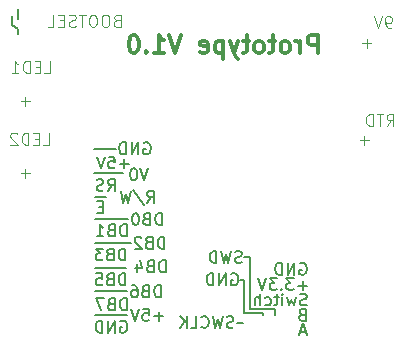
<source format=gbr>
%TF.GenerationSoftware,KiCad,Pcbnew,7.0.1*%
%TF.CreationDate,2024-01-29T14:24:06+02:00*%
%TF.ProjectId,Temp_meter_1.1,54656d70-5f6d-4657-9465-725f312e312e,rev?*%
%TF.SameCoordinates,Original*%
%TF.FileFunction,Legend,Bot*%
%TF.FilePolarity,Positive*%
%FSLAX46Y46*%
G04 Gerber Fmt 4.6, Leading zero omitted, Abs format (unit mm)*
G04 Created by KiCad (PCBNEW 7.0.1) date 2024-01-29 14:24:06*
%MOMM*%
%LPD*%
G01*
G04 APERTURE LIST*
%ADD10C,0.150000*%
%ADD11C,0.125000*%
%ADD12C,0.153000*%
%ADD13C,0.300000*%
G04 APERTURE END LIST*
D10*
X94600000Y-68700000D02*
X97400000Y-68700000D01*
X94600000Y-66800000D02*
X95500000Y-66800000D01*
X94600000Y-74800000D02*
X97300000Y-74800000D01*
X94600000Y-76800000D02*
X97300000Y-76800000D01*
X94600000Y-72800000D02*
X97200000Y-72800000D01*
X107700000Y-76300000D02*
X107700000Y-71900000D01*
X109800000Y-76800000D02*
X109800000Y-76300000D01*
X107700000Y-71900000D02*
X107200000Y-71900000D01*
X107200000Y-73800000D02*
X107200000Y-74000000D01*
X108800000Y-76800000D02*
X108800000Y-76600000D01*
X108800000Y-76600000D02*
X107200000Y-76600000D01*
X109800000Y-76300000D02*
X107700000Y-76300000D01*
X94500000Y-62700000D02*
X96400000Y-62700000D01*
X94600000Y-70700000D02*
X97600000Y-70700000D01*
X88100000Y-52600000D02*
X87600000Y-52200000D01*
X94500000Y-64800000D02*
X97000000Y-64800000D01*
X88100000Y-53000000D02*
X88100000Y-52600000D01*
X107100000Y-77500000D02*
X106600000Y-77500000D01*
X87600000Y-52200000D02*
X87600000Y-51500000D01*
X106900000Y-73800000D02*
X107200000Y-73800000D01*
X88100000Y-51700000D02*
X88100000Y-50900000D01*
X107200000Y-76600000D02*
X107200000Y-74000000D01*
D11*
X119290476Y-60777619D02*
X119623809Y-60301428D01*
X119861904Y-60777619D02*
X119861904Y-59777619D01*
X119861904Y-59777619D02*
X119480952Y-59777619D01*
X119480952Y-59777619D02*
X119385714Y-59825238D01*
X119385714Y-59825238D02*
X119338095Y-59872857D01*
X119338095Y-59872857D02*
X119290476Y-59968095D01*
X119290476Y-59968095D02*
X119290476Y-60110952D01*
X119290476Y-60110952D02*
X119338095Y-60206190D01*
X119338095Y-60206190D02*
X119385714Y-60253809D01*
X119385714Y-60253809D02*
X119480952Y-60301428D01*
X119480952Y-60301428D02*
X119861904Y-60301428D01*
X119004761Y-59777619D02*
X118433333Y-59777619D01*
X118719047Y-60777619D02*
X118719047Y-59777619D01*
X118099999Y-60777619D02*
X118099999Y-59777619D01*
X118099999Y-59777619D02*
X117861904Y-59777619D01*
X117861904Y-59777619D02*
X117719047Y-59825238D01*
X117719047Y-59825238D02*
X117623809Y-59920476D01*
X117623809Y-59920476D02*
X117576190Y-60015714D01*
X117576190Y-60015714D02*
X117528571Y-60206190D01*
X117528571Y-60206190D02*
X117528571Y-60349047D01*
X117528571Y-60349047D02*
X117576190Y-60539523D01*
X117576190Y-60539523D02*
X117623809Y-60634761D01*
X117623809Y-60634761D02*
X117719047Y-60730000D01*
X117719047Y-60730000D02*
X117861904Y-60777619D01*
X117861904Y-60777619D02*
X118099999Y-60777619D01*
D12*
X112509523Y-75930000D02*
X112366666Y-75977619D01*
X112366666Y-75977619D02*
X112128571Y-75977619D01*
X112128571Y-75977619D02*
X112033333Y-75930000D01*
X112033333Y-75930000D02*
X111985714Y-75882380D01*
X111985714Y-75882380D02*
X111938095Y-75787142D01*
X111938095Y-75787142D02*
X111938095Y-75691904D01*
X111938095Y-75691904D02*
X111985714Y-75596666D01*
X111985714Y-75596666D02*
X112033333Y-75549047D01*
X112033333Y-75549047D02*
X112128571Y-75501428D01*
X112128571Y-75501428D02*
X112319047Y-75453809D01*
X112319047Y-75453809D02*
X112414285Y-75406190D01*
X112414285Y-75406190D02*
X112461904Y-75358571D01*
X112461904Y-75358571D02*
X112509523Y-75263333D01*
X112509523Y-75263333D02*
X112509523Y-75168095D01*
X112509523Y-75168095D02*
X112461904Y-75072857D01*
X112461904Y-75072857D02*
X112414285Y-75025238D01*
X112414285Y-75025238D02*
X112319047Y-74977619D01*
X112319047Y-74977619D02*
X112080952Y-74977619D01*
X112080952Y-74977619D02*
X111938095Y-75025238D01*
X111604761Y-75310952D02*
X111414285Y-75977619D01*
X111414285Y-75977619D02*
X111223809Y-75501428D01*
X111223809Y-75501428D02*
X111033333Y-75977619D01*
X111033333Y-75977619D02*
X110842857Y-75310952D01*
X110461904Y-75977619D02*
X110461904Y-75310952D01*
X110461904Y-74977619D02*
X110509523Y-75025238D01*
X110509523Y-75025238D02*
X110461904Y-75072857D01*
X110461904Y-75072857D02*
X110414285Y-75025238D01*
X110414285Y-75025238D02*
X110461904Y-74977619D01*
X110461904Y-74977619D02*
X110461904Y-75072857D01*
X110128571Y-75310952D02*
X109747619Y-75310952D01*
X109985714Y-74977619D02*
X109985714Y-75834761D01*
X109985714Y-75834761D02*
X109938095Y-75930000D01*
X109938095Y-75930000D02*
X109842857Y-75977619D01*
X109842857Y-75977619D02*
X109747619Y-75977619D01*
X108985714Y-75930000D02*
X109080952Y-75977619D01*
X109080952Y-75977619D02*
X109271428Y-75977619D01*
X109271428Y-75977619D02*
X109366666Y-75930000D01*
X109366666Y-75930000D02*
X109414285Y-75882380D01*
X109414285Y-75882380D02*
X109461904Y-75787142D01*
X109461904Y-75787142D02*
X109461904Y-75501428D01*
X109461904Y-75501428D02*
X109414285Y-75406190D01*
X109414285Y-75406190D02*
X109366666Y-75358571D01*
X109366666Y-75358571D02*
X109271428Y-75310952D01*
X109271428Y-75310952D02*
X109080952Y-75310952D01*
X109080952Y-75310952D02*
X108985714Y-75358571D01*
X108557142Y-75977619D02*
X108557142Y-74977619D01*
X108128571Y-75977619D02*
X108128571Y-75453809D01*
X108128571Y-75453809D02*
X108176190Y-75358571D01*
X108176190Y-75358571D02*
X108271428Y-75310952D01*
X108271428Y-75310952D02*
X108414285Y-75310952D01*
X108414285Y-75310952D02*
X108509523Y-75358571D01*
X108509523Y-75358571D02*
X108557142Y-75406190D01*
D11*
X119614285Y-52477619D02*
X119423809Y-52477619D01*
X119423809Y-52477619D02*
X119328571Y-52430000D01*
X119328571Y-52430000D02*
X119280952Y-52382380D01*
X119280952Y-52382380D02*
X119185714Y-52239523D01*
X119185714Y-52239523D02*
X119138095Y-52049047D01*
X119138095Y-52049047D02*
X119138095Y-51668095D01*
X119138095Y-51668095D02*
X119185714Y-51572857D01*
X119185714Y-51572857D02*
X119233333Y-51525238D01*
X119233333Y-51525238D02*
X119328571Y-51477619D01*
X119328571Y-51477619D02*
X119519047Y-51477619D01*
X119519047Y-51477619D02*
X119614285Y-51525238D01*
X119614285Y-51525238D02*
X119661904Y-51572857D01*
X119661904Y-51572857D02*
X119709523Y-51668095D01*
X119709523Y-51668095D02*
X119709523Y-51906190D01*
X119709523Y-51906190D02*
X119661904Y-52001428D01*
X119661904Y-52001428D02*
X119614285Y-52049047D01*
X119614285Y-52049047D02*
X119519047Y-52096666D01*
X119519047Y-52096666D02*
X119328571Y-52096666D01*
X119328571Y-52096666D02*
X119233333Y-52049047D01*
X119233333Y-52049047D02*
X119185714Y-52001428D01*
X119185714Y-52001428D02*
X119138095Y-51906190D01*
X118852380Y-51477619D02*
X118519047Y-52477619D01*
X118519047Y-52477619D02*
X118185714Y-51477619D01*
D12*
X100361904Y-76896666D02*
X99600000Y-76896666D01*
X99980952Y-77277619D02*
X99980952Y-76515714D01*
X98647619Y-76277619D02*
X99123809Y-76277619D01*
X99123809Y-76277619D02*
X99171428Y-76753809D01*
X99171428Y-76753809D02*
X99123809Y-76706190D01*
X99123809Y-76706190D02*
X99028571Y-76658571D01*
X99028571Y-76658571D02*
X98790476Y-76658571D01*
X98790476Y-76658571D02*
X98695238Y-76706190D01*
X98695238Y-76706190D02*
X98647619Y-76753809D01*
X98647619Y-76753809D02*
X98600000Y-76849047D01*
X98600000Y-76849047D02*
X98600000Y-77087142D01*
X98600000Y-77087142D02*
X98647619Y-77182380D01*
X98647619Y-77182380D02*
X98695238Y-77230000D01*
X98695238Y-77230000D02*
X98790476Y-77277619D01*
X98790476Y-77277619D02*
X99028571Y-77277619D01*
X99028571Y-77277619D02*
X99123809Y-77230000D01*
X99123809Y-77230000D02*
X99171428Y-77182380D01*
X98314285Y-76277619D02*
X97980952Y-77277619D01*
X97980952Y-77277619D02*
X97647619Y-76277619D01*
D13*
X113442857Y-54616428D02*
X113442857Y-53116428D01*
X113442857Y-53116428D02*
X112871428Y-53116428D01*
X112871428Y-53116428D02*
X112728571Y-53187857D01*
X112728571Y-53187857D02*
X112657142Y-53259285D01*
X112657142Y-53259285D02*
X112585714Y-53402142D01*
X112585714Y-53402142D02*
X112585714Y-53616428D01*
X112585714Y-53616428D02*
X112657142Y-53759285D01*
X112657142Y-53759285D02*
X112728571Y-53830714D01*
X112728571Y-53830714D02*
X112871428Y-53902142D01*
X112871428Y-53902142D02*
X113442857Y-53902142D01*
X111942857Y-54616428D02*
X111942857Y-53616428D01*
X111942857Y-53902142D02*
X111871428Y-53759285D01*
X111871428Y-53759285D02*
X111800000Y-53687857D01*
X111800000Y-53687857D02*
X111657142Y-53616428D01*
X111657142Y-53616428D02*
X111514285Y-53616428D01*
X110800000Y-54616428D02*
X110942857Y-54545000D01*
X110942857Y-54545000D02*
X111014286Y-54473571D01*
X111014286Y-54473571D02*
X111085714Y-54330714D01*
X111085714Y-54330714D02*
X111085714Y-53902142D01*
X111085714Y-53902142D02*
X111014286Y-53759285D01*
X111014286Y-53759285D02*
X110942857Y-53687857D01*
X110942857Y-53687857D02*
X110800000Y-53616428D01*
X110800000Y-53616428D02*
X110585714Y-53616428D01*
X110585714Y-53616428D02*
X110442857Y-53687857D01*
X110442857Y-53687857D02*
X110371429Y-53759285D01*
X110371429Y-53759285D02*
X110300000Y-53902142D01*
X110300000Y-53902142D02*
X110300000Y-54330714D01*
X110300000Y-54330714D02*
X110371429Y-54473571D01*
X110371429Y-54473571D02*
X110442857Y-54545000D01*
X110442857Y-54545000D02*
X110585714Y-54616428D01*
X110585714Y-54616428D02*
X110800000Y-54616428D01*
X109871428Y-53616428D02*
X109300000Y-53616428D01*
X109657143Y-53116428D02*
X109657143Y-54402142D01*
X109657143Y-54402142D02*
X109585714Y-54545000D01*
X109585714Y-54545000D02*
X109442857Y-54616428D01*
X109442857Y-54616428D02*
X109300000Y-54616428D01*
X108585714Y-54616428D02*
X108728571Y-54545000D01*
X108728571Y-54545000D02*
X108800000Y-54473571D01*
X108800000Y-54473571D02*
X108871428Y-54330714D01*
X108871428Y-54330714D02*
X108871428Y-53902142D01*
X108871428Y-53902142D02*
X108800000Y-53759285D01*
X108800000Y-53759285D02*
X108728571Y-53687857D01*
X108728571Y-53687857D02*
X108585714Y-53616428D01*
X108585714Y-53616428D02*
X108371428Y-53616428D01*
X108371428Y-53616428D02*
X108228571Y-53687857D01*
X108228571Y-53687857D02*
X108157143Y-53759285D01*
X108157143Y-53759285D02*
X108085714Y-53902142D01*
X108085714Y-53902142D02*
X108085714Y-54330714D01*
X108085714Y-54330714D02*
X108157143Y-54473571D01*
X108157143Y-54473571D02*
X108228571Y-54545000D01*
X108228571Y-54545000D02*
X108371428Y-54616428D01*
X108371428Y-54616428D02*
X108585714Y-54616428D01*
X107657142Y-53616428D02*
X107085714Y-53616428D01*
X107442857Y-53116428D02*
X107442857Y-54402142D01*
X107442857Y-54402142D02*
X107371428Y-54545000D01*
X107371428Y-54545000D02*
X107228571Y-54616428D01*
X107228571Y-54616428D02*
X107085714Y-54616428D01*
X106728571Y-53616428D02*
X106371428Y-54616428D01*
X106014285Y-53616428D02*
X106371428Y-54616428D01*
X106371428Y-54616428D02*
X106514285Y-54973571D01*
X106514285Y-54973571D02*
X106585714Y-55045000D01*
X106585714Y-55045000D02*
X106728571Y-55116428D01*
X105442857Y-53616428D02*
X105442857Y-55116428D01*
X105442857Y-53687857D02*
X105300000Y-53616428D01*
X105300000Y-53616428D02*
X105014285Y-53616428D01*
X105014285Y-53616428D02*
X104871428Y-53687857D01*
X104871428Y-53687857D02*
X104800000Y-53759285D01*
X104800000Y-53759285D02*
X104728571Y-53902142D01*
X104728571Y-53902142D02*
X104728571Y-54330714D01*
X104728571Y-54330714D02*
X104800000Y-54473571D01*
X104800000Y-54473571D02*
X104871428Y-54545000D01*
X104871428Y-54545000D02*
X105014285Y-54616428D01*
X105014285Y-54616428D02*
X105300000Y-54616428D01*
X105300000Y-54616428D02*
X105442857Y-54545000D01*
X103514285Y-54545000D02*
X103657142Y-54616428D01*
X103657142Y-54616428D02*
X103942857Y-54616428D01*
X103942857Y-54616428D02*
X104085714Y-54545000D01*
X104085714Y-54545000D02*
X104157142Y-54402142D01*
X104157142Y-54402142D02*
X104157142Y-53830714D01*
X104157142Y-53830714D02*
X104085714Y-53687857D01*
X104085714Y-53687857D02*
X103942857Y-53616428D01*
X103942857Y-53616428D02*
X103657142Y-53616428D01*
X103657142Y-53616428D02*
X103514285Y-53687857D01*
X103514285Y-53687857D02*
X103442857Y-53830714D01*
X103442857Y-53830714D02*
X103442857Y-53973571D01*
X103442857Y-53973571D02*
X104157142Y-54116428D01*
X101871428Y-53116428D02*
X101371428Y-54616428D01*
X101371428Y-54616428D02*
X100871428Y-53116428D01*
X99585714Y-54616428D02*
X100442857Y-54616428D01*
X100014286Y-54616428D02*
X100014286Y-53116428D01*
X100014286Y-53116428D02*
X100157143Y-53330714D01*
X100157143Y-53330714D02*
X100300000Y-53473571D01*
X100300000Y-53473571D02*
X100442857Y-53545000D01*
X98942858Y-54473571D02*
X98871429Y-54545000D01*
X98871429Y-54545000D02*
X98942858Y-54616428D01*
X98942858Y-54616428D02*
X99014286Y-54545000D01*
X99014286Y-54545000D02*
X98942858Y-54473571D01*
X98942858Y-54473571D02*
X98942858Y-54616428D01*
X97942857Y-53116428D02*
X97800000Y-53116428D01*
X97800000Y-53116428D02*
X97657143Y-53187857D01*
X97657143Y-53187857D02*
X97585715Y-53259285D01*
X97585715Y-53259285D02*
X97514286Y-53402142D01*
X97514286Y-53402142D02*
X97442857Y-53687857D01*
X97442857Y-53687857D02*
X97442857Y-54045000D01*
X97442857Y-54045000D02*
X97514286Y-54330714D01*
X97514286Y-54330714D02*
X97585715Y-54473571D01*
X97585715Y-54473571D02*
X97657143Y-54545000D01*
X97657143Y-54545000D02*
X97800000Y-54616428D01*
X97800000Y-54616428D02*
X97942857Y-54616428D01*
X97942857Y-54616428D02*
X98085715Y-54545000D01*
X98085715Y-54545000D02*
X98157143Y-54473571D01*
X98157143Y-54473571D02*
X98228572Y-54330714D01*
X98228572Y-54330714D02*
X98300000Y-54045000D01*
X98300000Y-54045000D02*
X98300000Y-53687857D01*
X98300000Y-53687857D02*
X98228572Y-53402142D01*
X98228572Y-53402142D02*
X98157143Y-53259285D01*
X98157143Y-53259285D02*
X98085715Y-53187857D01*
X98085715Y-53187857D02*
X97942857Y-53116428D01*
D12*
X100561904Y-73177619D02*
X100561904Y-72177619D01*
X100561904Y-72177619D02*
X100323809Y-72177619D01*
X100323809Y-72177619D02*
X100180952Y-72225238D01*
X100180952Y-72225238D02*
X100085714Y-72320476D01*
X100085714Y-72320476D02*
X100038095Y-72415714D01*
X100038095Y-72415714D02*
X99990476Y-72606190D01*
X99990476Y-72606190D02*
X99990476Y-72749047D01*
X99990476Y-72749047D02*
X100038095Y-72939523D01*
X100038095Y-72939523D02*
X100085714Y-73034761D01*
X100085714Y-73034761D02*
X100180952Y-73130000D01*
X100180952Y-73130000D02*
X100323809Y-73177619D01*
X100323809Y-73177619D02*
X100561904Y-73177619D01*
X99228571Y-72653809D02*
X99085714Y-72701428D01*
X99085714Y-72701428D02*
X99038095Y-72749047D01*
X99038095Y-72749047D02*
X98990476Y-72844285D01*
X98990476Y-72844285D02*
X98990476Y-72987142D01*
X98990476Y-72987142D02*
X99038095Y-73082380D01*
X99038095Y-73082380D02*
X99085714Y-73130000D01*
X99085714Y-73130000D02*
X99180952Y-73177619D01*
X99180952Y-73177619D02*
X99561904Y-73177619D01*
X99561904Y-73177619D02*
X99561904Y-72177619D01*
X99561904Y-72177619D02*
X99228571Y-72177619D01*
X99228571Y-72177619D02*
X99133333Y-72225238D01*
X99133333Y-72225238D02*
X99085714Y-72272857D01*
X99085714Y-72272857D02*
X99038095Y-72368095D01*
X99038095Y-72368095D02*
X99038095Y-72463333D01*
X99038095Y-72463333D02*
X99085714Y-72558571D01*
X99085714Y-72558571D02*
X99133333Y-72606190D01*
X99133333Y-72606190D02*
X99228571Y-72653809D01*
X99228571Y-72653809D02*
X99561904Y-72653809D01*
X98133333Y-72510952D02*
X98133333Y-73177619D01*
X98371428Y-72130000D02*
X98609523Y-72844285D01*
X98609523Y-72844285D02*
X97990476Y-72844285D01*
X112561904Y-74296666D02*
X111800000Y-74296666D01*
X112180952Y-74677619D02*
X112180952Y-73915714D01*
X111419047Y-73677619D02*
X110800000Y-73677619D01*
X110800000Y-73677619D02*
X111133333Y-74058571D01*
X111133333Y-74058571D02*
X110990476Y-74058571D01*
X110990476Y-74058571D02*
X110895238Y-74106190D01*
X110895238Y-74106190D02*
X110847619Y-74153809D01*
X110847619Y-74153809D02*
X110800000Y-74249047D01*
X110800000Y-74249047D02*
X110800000Y-74487142D01*
X110800000Y-74487142D02*
X110847619Y-74582380D01*
X110847619Y-74582380D02*
X110895238Y-74630000D01*
X110895238Y-74630000D02*
X110990476Y-74677619D01*
X110990476Y-74677619D02*
X111276190Y-74677619D01*
X111276190Y-74677619D02*
X111371428Y-74630000D01*
X111371428Y-74630000D02*
X111419047Y-74582380D01*
X110371428Y-74582380D02*
X110323809Y-74630000D01*
X110323809Y-74630000D02*
X110371428Y-74677619D01*
X110371428Y-74677619D02*
X110419047Y-74630000D01*
X110419047Y-74630000D02*
X110371428Y-74582380D01*
X110371428Y-74582380D02*
X110371428Y-74677619D01*
X109990476Y-73677619D02*
X109371429Y-73677619D01*
X109371429Y-73677619D02*
X109704762Y-74058571D01*
X109704762Y-74058571D02*
X109561905Y-74058571D01*
X109561905Y-74058571D02*
X109466667Y-74106190D01*
X109466667Y-74106190D02*
X109419048Y-74153809D01*
X109419048Y-74153809D02*
X109371429Y-74249047D01*
X109371429Y-74249047D02*
X109371429Y-74487142D01*
X109371429Y-74487142D02*
X109419048Y-74582380D01*
X109419048Y-74582380D02*
X109466667Y-74630000D01*
X109466667Y-74630000D02*
X109561905Y-74677619D01*
X109561905Y-74677619D02*
X109847619Y-74677619D01*
X109847619Y-74677619D02*
X109942857Y-74630000D01*
X109942857Y-74630000D02*
X109990476Y-74582380D01*
X109085714Y-73677619D02*
X108752381Y-74677619D01*
X108752381Y-74677619D02*
X108419048Y-73677619D01*
X100161904Y-75277619D02*
X100161904Y-74277619D01*
X100161904Y-74277619D02*
X99923809Y-74277619D01*
X99923809Y-74277619D02*
X99780952Y-74325238D01*
X99780952Y-74325238D02*
X99685714Y-74420476D01*
X99685714Y-74420476D02*
X99638095Y-74515714D01*
X99638095Y-74515714D02*
X99590476Y-74706190D01*
X99590476Y-74706190D02*
X99590476Y-74849047D01*
X99590476Y-74849047D02*
X99638095Y-75039523D01*
X99638095Y-75039523D02*
X99685714Y-75134761D01*
X99685714Y-75134761D02*
X99780952Y-75230000D01*
X99780952Y-75230000D02*
X99923809Y-75277619D01*
X99923809Y-75277619D02*
X100161904Y-75277619D01*
X98828571Y-74753809D02*
X98685714Y-74801428D01*
X98685714Y-74801428D02*
X98638095Y-74849047D01*
X98638095Y-74849047D02*
X98590476Y-74944285D01*
X98590476Y-74944285D02*
X98590476Y-75087142D01*
X98590476Y-75087142D02*
X98638095Y-75182380D01*
X98638095Y-75182380D02*
X98685714Y-75230000D01*
X98685714Y-75230000D02*
X98780952Y-75277619D01*
X98780952Y-75277619D02*
X99161904Y-75277619D01*
X99161904Y-75277619D02*
X99161904Y-74277619D01*
X99161904Y-74277619D02*
X98828571Y-74277619D01*
X98828571Y-74277619D02*
X98733333Y-74325238D01*
X98733333Y-74325238D02*
X98685714Y-74372857D01*
X98685714Y-74372857D02*
X98638095Y-74468095D01*
X98638095Y-74468095D02*
X98638095Y-74563333D01*
X98638095Y-74563333D02*
X98685714Y-74658571D01*
X98685714Y-74658571D02*
X98733333Y-74706190D01*
X98733333Y-74706190D02*
X98828571Y-74753809D01*
X98828571Y-74753809D02*
X99161904Y-74753809D01*
X97733333Y-74277619D02*
X97923809Y-74277619D01*
X97923809Y-74277619D02*
X98019047Y-74325238D01*
X98019047Y-74325238D02*
X98066666Y-74372857D01*
X98066666Y-74372857D02*
X98161904Y-74515714D01*
X98161904Y-74515714D02*
X98209523Y-74706190D01*
X98209523Y-74706190D02*
X98209523Y-75087142D01*
X98209523Y-75087142D02*
X98161904Y-75182380D01*
X98161904Y-75182380D02*
X98114285Y-75230000D01*
X98114285Y-75230000D02*
X98019047Y-75277619D01*
X98019047Y-75277619D02*
X97828571Y-75277619D01*
X97828571Y-75277619D02*
X97733333Y-75230000D01*
X97733333Y-75230000D02*
X97685714Y-75182380D01*
X97685714Y-75182380D02*
X97638095Y-75087142D01*
X97638095Y-75087142D02*
X97638095Y-74849047D01*
X97638095Y-74849047D02*
X97685714Y-74753809D01*
X97685714Y-74753809D02*
X97733333Y-74706190D01*
X97733333Y-74706190D02*
X97828571Y-74658571D01*
X97828571Y-74658571D02*
X98019047Y-74658571D01*
X98019047Y-74658571D02*
X98114285Y-74706190D01*
X98114285Y-74706190D02*
X98161904Y-74753809D01*
X98161904Y-74753809D02*
X98209523Y-74849047D01*
D11*
X117761904Y-61996666D02*
X117000000Y-61996666D01*
X117380952Y-62377619D02*
X117380952Y-61615714D01*
D12*
X112128571Y-76753809D02*
X111985714Y-76801428D01*
X111985714Y-76801428D02*
X111938095Y-76849047D01*
X111938095Y-76849047D02*
X111890476Y-76944285D01*
X111890476Y-76944285D02*
X111890476Y-77087142D01*
X111890476Y-77087142D02*
X111938095Y-77182380D01*
X111938095Y-77182380D02*
X111985714Y-77230000D01*
X111985714Y-77230000D02*
X112080952Y-77277619D01*
X112080952Y-77277619D02*
X112461904Y-77277619D01*
X112461904Y-77277619D02*
X112461904Y-76277619D01*
X112461904Y-76277619D02*
X112128571Y-76277619D01*
X112128571Y-76277619D02*
X112033333Y-76325238D01*
X112033333Y-76325238D02*
X111985714Y-76372857D01*
X111985714Y-76372857D02*
X111938095Y-76468095D01*
X111938095Y-76468095D02*
X111938095Y-76563333D01*
X111938095Y-76563333D02*
X111985714Y-76658571D01*
X111985714Y-76658571D02*
X112033333Y-76706190D01*
X112033333Y-76706190D02*
X112128571Y-76753809D01*
X112128571Y-76753809D02*
X112461904Y-76753809D01*
X100261904Y-69177619D02*
X100261904Y-68177619D01*
X100261904Y-68177619D02*
X100023809Y-68177619D01*
X100023809Y-68177619D02*
X99880952Y-68225238D01*
X99880952Y-68225238D02*
X99785714Y-68320476D01*
X99785714Y-68320476D02*
X99738095Y-68415714D01*
X99738095Y-68415714D02*
X99690476Y-68606190D01*
X99690476Y-68606190D02*
X99690476Y-68749047D01*
X99690476Y-68749047D02*
X99738095Y-68939523D01*
X99738095Y-68939523D02*
X99785714Y-69034761D01*
X99785714Y-69034761D02*
X99880952Y-69130000D01*
X99880952Y-69130000D02*
X100023809Y-69177619D01*
X100023809Y-69177619D02*
X100261904Y-69177619D01*
X98928571Y-68653809D02*
X98785714Y-68701428D01*
X98785714Y-68701428D02*
X98738095Y-68749047D01*
X98738095Y-68749047D02*
X98690476Y-68844285D01*
X98690476Y-68844285D02*
X98690476Y-68987142D01*
X98690476Y-68987142D02*
X98738095Y-69082380D01*
X98738095Y-69082380D02*
X98785714Y-69130000D01*
X98785714Y-69130000D02*
X98880952Y-69177619D01*
X98880952Y-69177619D02*
X99261904Y-69177619D01*
X99261904Y-69177619D02*
X99261904Y-68177619D01*
X99261904Y-68177619D02*
X98928571Y-68177619D01*
X98928571Y-68177619D02*
X98833333Y-68225238D01*
X98833333Y-68225238D02*
X98785714Y-68272857D01*
X98785714Y-68272857D02*
X98738095Y-68368095D01*
X98738095Y-68368095D02*
X98738095Y-68463333D01*
X98738095Y-68463333D02*
X98785714Y-68558571D01*
X98785714Y-68558571D02*
X98833333Y-68606190D01*
X98833333Y-68606190D02*
X98928571Y-68653809D01*
X98928571Y-68653809D02*
X99261904Y-68653809D01*
X98071428Y-68177619D02*
X97976190Y-68177619D01*
X97976190Y-68177619D02*
X97880952Y-68225238D01*
X97880952Y-68225238D02*
X97833333Y-68272857D01*
X97833333Y-68272857D02*
X97785714Y-68368095D01*
X97785714Y-68368095D02*
X97738095Y-68558571D01*
X97738095Y-68558571D02*
X97738095Y-68796666D01*
X97738095Y-68796666D02*
X97785714Y-68987142D01*
X97785714Y-68987142D02*
X97833333Y-69082380D01*
X97833333Y-69082380D02*
X97880952Y-69130000D01*
X97880952Y-69130000D02*
X97976190Y-69177619D01*
X97976190Y-69177619D02*
X98071428Y-69177619D01*
X98071428Y-69177619D02*
X98166666Y-69130000D01*
X98166666Y-69130000D02*
X98214285Y-69082380D01*
X98214285Y-69082380D02*
X98261904Y-68987142D01*
X98261904Y-68987142D02*
X98309523Y-68796666D01*
X98309523Y-68796666D02*
X98309523Y-68558571D01*
X98309523Y-68558571D02*
X98261904Y-68368095D01*
X98261904Y-68368095D02*
X98214285Y-68272857D01*
X98214285Y-68272857D02*
X98166666Y-68225238D01*
X98166666Y-68225238D02*
X98071428Y-68177619D01*
X98738095Y-62225238D02*
X98833333Y-62177619D01*
X98833333Y-62177619D02*
X98976190Y-62177619D01*
X98976190Y-62177619D02*
X99119047Y-62225238D01*
X99119047Y-62225238D02*
X99214285Y-62320476D01*
X99214285Y-62320476D02*
X99261904Y-62415714D01*
X99261904Y-62415714D02*
X99309523Y-62606190D01*
X99309523Y-62606190D02*
X99309523Y-62749047D01*
X99309523Y-62749047D02*
X99261904Y-62939523D01*
X99261904Y-62939523D02*
X99214285Y-63034761D01*
X99214285Y-63034761D02*
X99119047Y-63130000D01*
X99119047Y-63130000D02*
X98976190Y-63177619D01*
X98976190Y-63177619D02*
X98880952Y-63177619D01*
X98880952Y-63177619D02*
X98738095Y-63130000D01*
X98738095Y-63130000D02*
X98690476Y-63082380D01*
X98690476Y-63082380D02*
X98690476Y-62749047D01*
X98690476Y-62749047D02*
X98880952Y-62749047D01*
X98261904Y-63177619D02*
X98261904Y-62177619D01*
X98261904Y-62177619D02*
X97690476Y-63177619D01*
X97690476Y-63177619D02*
X97690476Y-62177619D01*
X97214285Y-63177619D02*
X97214285Y-62177619D01*
X97214285Y-62177619D02*
X96976190Y-62177619D01*
X96976190Y-62177619D02*
X96833333Y-62225238D01*
X96833333Y-62225238D02*
X96738095Y-62320476D01*
X96738095Y-62320476D02*
X96690476Y-62415714D01*
X96690476Y-62415714D02*
X96642857Y-62606190D01*
X96642857Y-62606190D02*
X96642857Y-62749047D01*
X96642857Y-62749047D02*
X96690476Y-62939523D01*
X96690476Y-62939523D02*
X96738095Y-63034761D01*
X96738095Y-63034761D02*
X96833333Y-63130000D01*
X96833333Y-63130000D02*
X96976190Y-63177619D01*
X96976190Y-63177619D02*
X97214285Y-63177619D01*
D11*
X89061904Y-64796666D02*
X88300000Y-64796666D01*
X88680952Y-65177619D02*
X88680952Y-64415714D01*
D12*
X97161904Y-72177619D02*
X97161904Y-71177619D01*
X97161904Y-71177619D02*
X96923809Y-71177619D01*
X96923809Y-71177619D02*
X96780952Y-71225238D01*
X96780952Y-71225238D02*
X96685714Y-71320476D01*
X96685714Y-71320476D02*
X96638095Y-71415714D01*
X96638095Y-71415714D02*
X96590476Y-71606190D01*
X96590476Y-71606190D02*
X96590476Y-71749047D01*
X96590476Y-71749047D02*
X96638095Y-71939523D01*
X96638095Y-71939523D02*
X96685714Y-72034761D01*
X96685714Y-72034761D02*
X96780952Y-72130000D01*
X96780952Y-72130000D02*
X96923809Y-72177619D01*
X96923809Y-72177619D02*
X97161904Y-72177619D01*
X95828571Y-71653809D02*
X95685714Y-71701428D01*
X95685714Y-71701428D02*
X95638095Y-71749047D01*
X95638095Y-71749047D02*
X95590476Y-71844285D01*
X95590476Y-71844285D02*
X95590476Y-71987142D01*
X95590476Y-71987142D02*
X95638095Y-72082380D01*
X95638095Y-72082380D02*
X95685714Y-72130000D01*
X95685714Y-72130000D02*
X95780952Y-72177619D01*
X95780952Y-72177619D02*
X96161904Y-72177619D01*
X96161904Y-72177619D02*
X96161904Y-71177619D01*
X96161904Y-71177619D02*
X95828571Y-71177619D01*
X95828571Y-71177619D02*
X95733333Y-71225238D01*
X95733333Y-71225238D02*
X95685714Y-71272857D01*
X95685714Y-71272857D02*
X95638095Y-71368095D01*
X95638095Y-71368095D02*
X95638095Y-71463333D01*
X95638095Y-71463333D02*
X95685714Y-71558571D01*
X95685714Y-71558571D02*
X95733333Y-71606190D01*
X95733333Y-71606190D02*
X95828571Y-71653809D01*
X95828571Y-71653809D02*
X96161904Y-71653809D01*
X95257142Y-71177619D02*
X94638095Y-71177619D01*
X94638095Y-71177619D02*
X94971428Y-71558571D01*
X94971428Y-71558571D02*
X94828571Y-71558571D01*
X94828571Y-71558571D02*
X94733333Y-71606190D01*
X94733333Y-71606190D02*
X94685714Y-71653809D01*
X94685714Y-71653809D02*
X94638095Y-71749047D01*
X94638095Y-71749047D02*
X94638095Y-71987142D01*
X94638095Y-71987142D02*
X94685714Y-72082380D01*
X94685714Y-72082380D02*
X94733333Y-72130000D01*
X94733333Y-72130000D02*
X94828571Y-72177619D01*
X94828571Y-72177619D02*
X95114285Y-72177619D01*
X95114285Y-72177619D02*
X95209523Y-72130000D01*
X95209523Y-72130000D02*
X95257142Y-72082380D01*
X100461904Y-71177619D02*
X100461904Y-70177619D01*
X100461904Y-70177619D02*
X100223809Y-70177619D01*
X100223809Y-70177619D02*
X100080952Y-70225238D01*
X100080952Y-70225238D02*
X99985714Y-70320476D01*
X99985714Y-70320476D02*
X99938095Y-70415714D01*
X99938095Y-70415714D02*
X99890476Y-70606190D01*
X99890476Y-70606190D02*
X99890476Y-70749047D01*
X99890476Y-70749047D02*
X99938095Y-70939523D01*
X99938095Y-70939523D02*
X99985714Y-71034761D01*
X99985714Y-71034761D02*
X100080952Y-71130000D01*
X100080952Y-71130000D02*
X100223809Y-71177619D01*
X100223809Y-71177619D02*
X100461904Y-71177619D01*
X99128571Y-70653809D02*
X98985714Y-70701428D01*
X98985714Y-70701428D02*
X98938095Y-70749047D01*
X98938095Y-70749047D02*
X98890476Y-70844285D01*
X98890476Y-70844285D02*
X98890476Y-70987142D01*
X98890476Y-70987142D02*
X98938095Y-71082380D01*
X98938095Y-71082380D02*
X98985714Y-71130000D01*
X98985714Y-71130000D02*
X99080952Y-71177619D01*
X99080952Y-71177619D02*
X99461904Y-71177619D01*
X99461904Y-71177619D02*
X99461904Y-70177619D01*
X99461904Y-70177619D02*
X99128571Y-70177619D01*
X99128571Y-70177619D02*
X99033333Y-70225238D01*
X99033333Y-70225238D02*
X98985714Y-70272857D01*
X98985714Y-70272857D02*
X98938095Y-70368095D01*
X98938095Y-70368095D02*
X98938095Y-70463333D01*
X98938095Y-70463333D02*
X98985714Y-70558571D01*
X98985714Y-70558571D02*
X99033333Y-70606190D01*
X99033333Y-70606190D02*
X99128571Y-70653809D01*
X99128571Y-70653809D02*
X99461904Y-70653809D01*
X98509523Y-70272857D02*
X98461904Y-70225238D01*
X98461904Y-70225238D02*
X98366666Y-70177619D01*
X98366666Y-70177619D02*
X98128571Y-70177619D01*
X98128571Y-70177619D02*
X98033333Y-70225238D01*
X98033333Y-70225238D02*
X97985714Y-70272857D01*
X97985714Y-70272857D02*
X97938095Y-70368095D01*
X97938095Y-70368095D02*
X97938095Y-70463333D01*
X97938095Y-70463333D02*
X97985714Y-70606190D01*
X97985714Y-70606190D02*
X98557142Y-71177619D01*
X98557142Y-71177619D02*
X97938095Y-71177619D01*
X97261904Y-70127619D02*
X97261904Y-69127619D01*
X97261904Y-69127619D02*
X97023809Y-69127619D01*
X97023809Y-69127619D02*
X96880952Y-69175238D01*
X96880952Y-69175238D02*
X96785714Y-69270476D01*
X96785714Y-69270476D02*
X96738095Y-69365714D01*
X96738095Y-69365714D02*
X96690476Y-69556190D01*
X96690476Y-69556190D02*
X96690476Y-69699047D01*
X96690476Y-69699047D02*
X96738095Y-69889523D01*
X96738095Y-69889523D02*
X96785714Y-69984761D01*
X96785714Y-69984761D02*
X96880952Y-70080000D01*
X96880952Y-70080000D02*
X97023809Y-70127619D01*
X97023809Y-70127619D02*
X97261904Y-70127619D01*
X95928571Y-69603809D02*
X95785714Y-69651428D01*
X95785714Y-69651428D02*
X95738095Y-69699047D01*
X95738095Y-69699047D02*
X95690476Y-69794285D01*
X95690476Y-69794285D02*
X95690476Y-69937142D01*
X95690476Y-69937142D02*
X95738095Y-70032380D01*
X95738095Y-70032380D02*
X95785714Y-70080000D01*
X95785714Y-70080000D02*
X95880952Y-70127619D01*
X95880952Y-70127619D02*
X96261904Y-70127619D01*
X96261904Y-70127619D02*
X96261904Y-69127619D01*
X96261904Y-69127619D02*
X95928571Y-69127619D01*
X95928571Y-69127619D02*
X95833333Y-69175238D01*
X95833333Y-69175238D02*
X95785714Y-69222857D01*
X95785714Y-69222857D02*
X95738095Y-69318095D01*
X95738095Y-69318095D02*
X95738095Y-69413333D01*
X95738095Y-69413333D02*
X95785714Y-69508571D01*
X95785714Y-69508571D02*
X95833333Y-69556190D01*
X95833333Y-69556190D02*
X95928571Y-69603809D01*
X95928571Y-69603809D02*
X96261904Y-69603809D01*
X94738095Y-70127619D02*
X95309523Y-70127619D01*
X95023809Y-70127619D02*
X95023809Y-69127619D01*
X95023809Y-69127619D02*
X95119047Y-69270476D01*
X95119047Y-69270476D02*
X95214285Y-69365714D01*
X95214285Y-69365714D02*
X95309523Y-69413333D01*
X106138095Y-73325238D02*
X106233333Y-73277619D01*
X106233333Y-73277619D02*
X106376190Y-73277619D01*
X106376190Y-73277619D02*
X106519047Y-73325238D01*
X106519047Y-73325238D02*
X106614285Y-73420476D01*
X106614285Y-73420476D02*
X106661904Y-73515714D01*
X106661904Y-73515714D02*
X106709523Y-73706190D01*
X106709523Y-73706190D02*
X106709523Y-73849047D01*
X106709523Y-73849047D02*
X106661904Y-74039523D01*
X106661904Y-74039523D02*
X106614285Y-74134761D01*
X106614285Y-74134761D02*
X106519047Y-74230000D01*
X106519047Y-74230000D02*
X106376190Y-74277619D01*
X106376190Y-74277619D02*
X106280952Y-74277619D01*
X106280952Y-74277619D02*
X106138095Y-74230000D01*
X106138095Y-74230000D02*
X106090476Y-74182380D01*
X106090476Y-74182380D02*
X106090476Y-73849047D01*
X106090476Y-73849047D02*
X106280952Y-73849047D01*
X105661904Y-74277619D02*
X105661904Y-73277619D01*
X105661904Y-73277619D02*
X105090476Y-74277619D01*
X105090476Y-74277619D02*
X105090476Y-73277619D01*
X104614285Y-74277619D02*
X104614285Y-73277619D01*
X104614285Y-73277619D02*
X104376190Y-73277619D01*
X104376190Y-73277619D02*
X104233333Y-73325238D01*
X104233333Y-73325238D02*
X104138095Y-73420476D01*
X104138095Y-73420476D02*
X104090476Y-73515714D01*
X104090476Y-73515714D02*
X104042857Y-73706190D01*
X104042857Y-73706190D02*
X104042857Y-73849047D01*
X104042857Y-73849047D02*
X104090476Y-74039523D01*
X104090476Y-74039523D02*
X104138095Y-74134761D01*
X104138095Y-74134761D02*
X104233333Y-74230000D01*
X104233333Y-74230000D02*
X104376190Y-74277619D01*
X104376190Y-74277619D02*
X104614285Y-74277619D01*
D11*
X117961904Y-53796666D02*
X117200000Y-53796666D01*
X117580952Y-54177619D02*
X117580952Y-53415714D01*
D12*
X98990476Y-67277619D02*
X99323809Y-66801428D01*
X99561904Y-67277619D02*
X99561904Y-66277619D01*
X99561904Y-66277619D02*
X99180952Y-66277619D01*
X99180952Y-66277619D02*
X99085714Y-66325238D01*
X99085714Y-66325238D02*
X99038095Y-66372857D01*
X99038095Y-66372857D02*
X98990476Y-66468095D01*
X98990476Y-66468095D02*
X98990476Y-66610952D01*
X98990476Y-66610952D02*
X99038095Y-66706190D01*
X99038095Y-66706190D02*
X99085714Y-66753809D01*
X99085714Y-66753809D02*
X99180952Y-66801428D01*
X99180952Y-66801428D02*
X99561904Y-66801428D01*
X97847619Y-66230000D02*
X98704761Y-67515714D01*
X97609523Y-66277619D02*
X97371428Y-67277619D01*
X97371428Y-67277619D02*
X97180952Y-66563333D01*
X97180952Y-66563333D02*
X96990476Y-67277619D01*
X96990476Y-67277619D02*
X96752381Y-66277619D01*
X107009523Y-72330000D02*
X106866666Y-72377619D01*
X106866666Y-72377619D02*
X106628571Y-72377619D01*
X106628571Y-72377619D02*
X106533333Y-72330000D01*
X106533333Y-72330000D02*
X106485714Y-72282380D01*
X106485714Y-72282380D02*
X106438095Y-72187142D01*
X106438095Y-72187142D02*
X106438095Y-72091904D01*
X106438095Y-72091904D02*
X106485714Y-71996666D01*
X106485714Y-71996666D02*
X106533333Y-71949047D01*
X106533333Y-71949047D02*
X106628571Y-71901428D01*
X106628571Y-71901428D02*
X106819047Y-71853809D01*
X106819047Y-71853809D02*
X106914285Y-71806190D01*
X106914285Y-71806190D02*
X106961904Y-71758571D01*
X106961904Y-71758571D02*
X107009523Y-71663333D01*
X107009523Y-71663333D02*
X107009523Y-71568095D01*
X107009523Y-71568095D02*
X106961904Y-71472857D01*
X106961904Y-71472857D02*
X106914285Y-71425238D01*
X106914285Y-71425238D02*
X106819047Y-71377619D01*
X106819047Y-71377619D02*
X106580952Y-71377619D01*
X106580952Y-71377619D02*
X106438095Y-71425238D01*
X106104761Y-71377619D02*
X105866666Y-72377619D01*
X105866666Y-72377619D02*
X105676190Y-71663333D01*
X105676190Y-71663333D02*
X105485714Y-72377619D01*
X105485714Y-72377619D02*
X105247619Y-71377619D01*
X104866666Y-72377619D02*
X104866666Y-71377619D01*
X104866666Y-71377619D02*
X104628571Y-71377619D01*
X104628571Y-71377619D02*
X104485714Y-71425238D01*
X104485714Y-71425238D02*
X104390476Y-71520476D01*
X104390476Y-71520476D02*
X104342857Y-71615714D01*
X104342857Y-71615714D02*
X104295238Y-71806190D01*
X104295238Y-71806190D02*
X104295238Y-71949047D01*
X104295238Y-71949047D02*
X104342857Y-72139523D01*
X104342857Y-72139523D02*
X104390476Y-72234761D01*
X104390476Y-72234761D02*
X104485714Y-72330000D01*
X104485714Y-72330000D02*
X104628571Y-72377619D01*
X104628571Y-72377619D02*
X104866666Y-72377619D01*
D11*
X90185714Y-62377619D02*
X90661904Y-62377619D01*
X90661904Y-62377619D02*
X90661904Y-61377619D01*
X89852380Y-61853809D02*
X89519047Y-61853809D01*
X89376190Y-62377619D02*
X89852380Y-62377619D01*
X89852380Y-62377619D02*
X89852380Y-61377619D01*
X89852380Y-61377619D02*
X89376190Y-61377619D01*
X88947618Y-62377619D02*
X88947618Y-61377619D01*
X88947618Y-61377619D02*
X88709523Y-61377619D01*
X88709523Y-61377619D02*
X88566666Y-61425238D01*
X88566666Y-61425238D02*
X88471428Y-61520476D01*
X88471428Y-61520476D02*
X88423809Y-61615714D01*
X88423809Y-61615714D02*
X88376190Y-61806190D01*
X88376190Y-61806190D02*
X88376190Y-61949047D01*
X88376190Y-61949047D02*
X88423809Y-62139523D01*
X88423809Y-62139523D02*
X88471428Y-62234761D01*
X88471428Y-62234761D02*
X88566666Y-62330000D01*
X88566666Y-62330000D02*
X88709523Y-62377619D01*
X88709523Y-62377619D02*
X88947618Y-62377619D01*
X87995237Y-61472857D02*
X87947618Y-61425238D01*
X87947618Y-61425238D02*
X87852380Y-61377619D01*
X87852380Y-61377619D02*
X87614285Y-61377619D01*
X87614285Y-61377619D02*
X87519047Y-61425238D01*
X87519047Y-61425238D02*
X87471428Y-61472857D01*
X87471428Y-61472857D02*
X87423809Y-61568095D01*
X87423809Y-61568095D02*
X87423809Y-61663333D01*
X87423809Y-61663333D02*
X87471428Y-61806190D01*
X87471428Y-61806190D02*
X88042856Y-62377619D01*
X88042856Y-62377619D02*
X87423809Y-62377619D01*
D12*
X96738095Y-77325238D02*
X96833333Y-77277619D01*
X96833333Y-77277619D02*
X96976190Y-77277619D01*
X96976190Y-77277619D02*
X97119047Y-77325238D01*
X97119047Y-77325238D02*
X97214285Y-77420476D01*
X97214285Y-77420476D02*
X97261904Y-77515714D01*
X97261904Y-77515714D02*
X97309523Y-77706190D01*
X97309523Y-77706190D02*
X97309523Y-77849047D01*
X97309523Y-77849047D02*
X97261904Y-78039523D01*
X97261904Y-78039523D02*
X97214285Y-78134761D01*
X97214285Y-78134761D02*
X97119047Y-78230000D01*
X97119047Y-78230000D02*
X96976190Y-78277619D01*
X96976190Y-78277619D02*
X96880952Y-78277619D01*
X96880952Y-78277619D02*
X96738095Y-78230000D01*
X96738095Y-78230000D02*
X96690476Y-78182380D01*
X96690476Y-78182380D02*
X96690476Y-77849047D01*
X96690476Y-77849047D02*
X96880952Y-77849047D01*
X96261904Y-78277619D02*
X96261904Y-77277619D01*
X96261904Y-77277619D02*
X95690476Y-78277619D01*
X95690476Y-78277619D02*
X95690476Y-77277619D01*
X95214285Y-78277619D02*
X95214285Y-77277619D01*
X95214285Y-77277619D02*
X94976190Y-77277619D01*
X94976190Y-77277619D02*
X94833333Y-77325238D01*
X94833333Y-77325238D02*
X94738095Y-77420476D01*
X94738095Y-77420476D02*
X94690476Y-77515714D01*
X94690476Y-77515714D02*
X94642857Y-77706190D01*
X94642857Y-77706190D02*
X94642857Y-77849047D01*
X94642857Y-77849047D02*
X94690476Y-78039523D01*
X94690476Y-78039523D02*
X94738095Y-78134761D01*
X94738095Y-78134761D02*
X94833333Y-78230000D01*
X94833333Y-78230000D02*
X94976190Y-78277619D01*
X94976190Y-78277619D02*
X95214285Y-78277619D01*
D11*
X89061904Y-58696666D02*
X88300000Y-58696666D01*
X88680952Y-59077619D02*
X88680952Y-58315714D01*
D12*
X106309523Y-77830000D02*
X106166666Y-77877619D01*
X106166666Y-77877619D02*
X105928571Y-77877619D01*
X105928571Y-77877619D02*
X105833333Y-77830000D01*
X105833333Y-77830000D02*
X105785714Y-77782380D01*
X105785714Y-77782380D02*
X105738095Y-77687142D01*
X105738095Y-77687142D02*
X105738095Y-77591904D01*
X105738095Y-77591904D02*
X105785714Y-77496666D01*
X105785714Y-77496666D02*
X105833333Y-77449047D01*
X105833333Y-77449047D02*
X105928571Y-77401428D01*
X105928571Y-77401428D02*
X106119047Y-77353809D01*
X106119047Y-77353809D02*
X106214285Y-77306190D01*
X106214285Y-77306190D02*
X106261904Y-77258571D01*
X106261904Y-77258571D02*
X106309523Y-77163333D01*
X106309523Y-77163333D02*
X106309523Y-77068095D01*
X106309523Y-77068095D02*
X106261904Y-76972857D01*
X106261904Y-76972857D02*
X106214285Y-76925238D01*
X106214285Y-76925238D02*
X106119047Y-76877619D01*
X106119047Y-76877619D02*
X105880952Y-76877619D01*
X105880952Y-76877619D02*
X105738095Y-76925238D01*
X105404761Y-76877619D02*
X105166666Y-77877619D01*
X105166666Y-77877619D02*
X104976190Y-77163333D01*
X104976190Y-77163333D02*
X104785714Y-77877619D01*
X104785714Y-77877619D02*
X104547619Y-76877619D01*
X103595238Y-77782380D02*
X103642857Y-77830000D01*
X103642857Y-77830000D02*
X103785714Y-77877619D01*
X103785714Y-77877619D02*
X103880952Y-77877619D01*
X103880952Y-77877619D02*
X104023809Y-77830000D01*
X104023809Y-77830000D02*
X104119047Y-77734761D01*
X104119047Y-77734761D02*
X104166666Y-77639523D01*
X104166666Y-77639523D02*
X104214285Y-77449047D01*
X104214285Y-77449047D02*
X104214285Y-77306190D01*
X104214285Y-77306190D02*
X104166666Y-77115714D01*
X104166666Y-77115714D02*
X104119047Y-77020476D01*
X104119047Y-77020476D02*
X104023809Y-76925238D01*
X104023809Y-76925238D02*
X103880952Y-76877619D01*
X103880952Y-76877619D02*
X103785714Y-76877619D01*
X103785714Y-76877619D02*
X103642857Y-76925238D01*
X103642857Y-76925238D02*
X103595238Y-76972857D01*
X102690476Y-77877619D02*
X103166666Y-77877619D01*
X103166666Y-77877619D02*
X103166666Y-76877619D01*
X102357142Y-77877619D02*
X102357142Y-76877619D01*
X101785714Y-77877619D02*
X102214285Y-77306190D01*
X101785714Y-76877619D02*
X102357142Y-77449047D01*
D11*
X90285714Y-56277619D02*
X90761904Y-56277619D01*
X90761904Y-56277619D02*
X90761904Y-55277619D01*
X89952380Y-55753809D02*
X89619047Y-55753809D01*
X89476190Y-56277619D02*
X89952380Y-56277619D01*
X89952380Y-56277619D02*
X89952380Y-55277619D01*
X89952380Y-55277619D02*
X89476190Y-55277619D01*
X89047618Y-56277619D02*
X89047618Y-55277619D01*
X89047618Y-55277619D02*
X88809523Y-55277619D01*
X88809523Y-55277619D02*
X88666666Y-55325238D01*
X88666666Y-55325238D02*
X88571428Y-55420476D01*
X88571428Y-55420476D02*
X88523809Y-55515714D01*
X88523809Y-55515714D02*
X88476190Y-55706190D01*
X88476190Y-55706190D02*
X88476190Y-55849047D01*
X88476190Y-55849047D02*
X88523809Y-56039523D01*
X88523809Y-56039523D02*
X88571428Y-56134761D01*
X88571428Y-56134761D02*
X88666666Y-56230000D01*
X88666666Y-56230000D02*
X88809523Y-56277619D01*
X88809523Y-56277619D02*
X89047618Y-56277619D01*
X87523809Y-56277619D02*
X88095237Y-56277619D01*
X87809523Y-56277619D02*
X87809523Y-55277619D01*
X87809523Y-55277619D02*
X87904761Y-55420476D01*
X87904761Y-55420476D02*
X87999999Y-55515714D01*
X87999999Y-55515714D02*
X88095237Y-55563333D01*
D12*
X99104761Y-64377619D02*
X98771428Y-65377619D01*
X98771428Y-65377619D02*
X98438095Y-64377619D01*
X97914285Y-64377619D02*
X97819047Y-64377619D01*
X97819047Y-64377619D02*
X97723809Y-64425238D01*
X97723809Y-64425238D02*
X97676190Y-64472857D01*
X97676190Y-64472857D02*
X97628571Y-64568095D01*
X97628571Y-64568095D02*
X97580952Y-64758571D01*
X97580952Y-64758571D02*
X97580952Y-64996666D01*
X97580952Y-64996666D02*
X97628571Y-65187142D01*
X97628571Y-65187142D02*
X97676190Y-65282380D01*
X97676190Y-65282380D02*
X97723809Y-65330000D01*
X97723809Y-65330000D02*
X97819047Y-65377619D01*
X97819047Y-65377619D02*
X97914285Y-65377619D01*
X97914285Y-65377619D02*
X98009523Y-65330000D01*
X98009523Y-65330000D02*
X98057142Y-65282380D01*
X98057142Y-65282380D02*
X98104761Y-65187142D01*
X98104761Y-65187142D02*
X98152380Y-64996666D01*
X98152380Y-64996666D02*
X98152380Y-64758571D01*
X98152380Y-64758571D02*
X98104761Y-64568095D01*
X98104761Y-64568095D02*
X98057142Y-64472857D01*
X98057142Y-64472857D02*
X98009523Y-64425238D01*
X98009523Y-64425238D02*
X97914285Y-64377619D01*
X112409523Y-78191904D02*
X111933333Y-78191904D01*
X112504761Y-78477619D02*
X112171428Y-77477619D01*
X112171428Y-77477619D02*
X111838095Y-78477619D01*
D11*
X96428571Y-51853809D02*
X96285714Y-51901428D01*
X96285714Y-51901428D02*
X96238095Y-51949047D01*
X96238095Y-51949047D02*
X96190476Y-52044285D01*
X96190476Y-52044285D02*
X96190476Y-52187142D01*
X96190476Y-52187142D02*
X96238095Y-52282380D01*
X96238095Y-52282380D02*
X96285714Y-52330000D01*
X96285714Y-52330000D02*
X96380952Y-52377619D01*
X96380952Y-52377619D02*
X96761904Y-52377619D01*
X96761904Y-52377619D02*
X96761904Y-51377619D01*
X96761904Y-51377619D02*
X96428571Y-51377619D01*
X96428571Y-51377619D02*
X96333333Y-51425238D01*
X96333333Y-51425238D02*
X96285714Y-51472857D01*
X96285714Y-51472857D02*
X96238095Y-51568095D01*
X96238095Y-51568095D02*
X96238095Y-51663333D01*
X96238095Y-51663333D02*
X96285714Y-51758571D01*
X96285714Y-51758571D02*
X96333333Y-51806190D01*
X96333333Y-51806190D02*
X96428571Y-51853809D01*
X96428571Y-51853809D02*
X96761904Y-51853809D01*
X95571428Y-51377619D02*
X95380952Y-51377619D01*
X95380952Y-51377619D02*
X95285714Y-51425238D01*
X95285714Y-51425238D02*
X95190476Y-51520476D01*
X95190476Y-51520476D02*
X95142857Y-51710952D01*
X95142857Y-51710952D02*
X95142857Y-52044285D01*
X95142857Y-52044285D02*
X95190476Y-52234761D01*
X95190476Y-52234761D02*
X95285714Y-52330000D01*
X95285714Y-52330000D02*
X95380952Y-52377619D01*
X95380952Y-52377619D02*
X95571428Y-52377619D01*
X95571428Y-52377619D02*
X95666666Y-52330000D01*
X95666666Y-52330000D02*
X95761904Y-52234761D01*
X95761904Y-52234761D02*
X95809523Y-52044285D01*
X95809523Y-52044285D02*
X95809523Y-51710952D01*
X95809523Y-51710952D02*
X95761904Y-51520476D01*
X95761904Y-51520476D02*
X95666666Y-51425238D01*
X95666666Y-51425238D02*
X95571428Y-51377619D01*
X94523809Y-51377619D02*
X94333333Y-51377619D01*
X94333333Y-51377619D02*
X94238095Y-51425238D01*
X94238095Y-51425238D02*
X94142857Y-51520476D01*
X94142857Y-51520476D02*
X94095238Y-51710952D01*
X94095238Y-51710952D02*
X94095238Y-52044285D01*
X94095238Y-52044285D02*
X94142857Y-52234761D01*
X94142857Y-52234761D02*
X94238095Y-52330000D01*
X94238095Y-52330000D02*
X94333333Y-52377619D01*
X94333333Y-52377619D02*
X94523809Y-52377619D01*
X94523809Y-52377619D02*
X94619047Y-52330000D01*
X94619047Y-52330000D02*
X94714285Y-52234761D01*
X94714285Y-52234761D02*
X94761904Y-52044285D01*
X94761904Y-52044285D02*
X94761904Y-51710952D01*
X94761904Y-51710952D02*
X94714285Y-51520476D01*
X94714285Y-51520476D02*
X94619047Y-51425238D01*
X94619047Y-51425238D02*
X94523809Y-51377619D01*
X93809523Y-51377619D02*
X93238095Y-51377619D01*
X93523809Y-52377619D02*
X93523809Y-51377619D01*
X92952380Y-52330000D02*
X92809523Y-52377619D01*
X92809523Y-52377619D02*
X92571428Y-52377619D01*
X92571428Y-52377619D02*
X92476190Y-52330000D01*
X92476190Y-52330000D02*
X92428571Y-52282380D01*
X92428571Y-52282380D02*
X92380952Y-52187142D01*
X92380952Y-52187142D02*
X92380952Y-52091904D01*
X92380952Y-52091904D02*
X92428571Y-51996666D01*
X92428571Y-51996666D02*
X92476190Y-51949047D01*
X92476190Y-51949047D02*
X92571428Y-51901428D01*
X92571428Y-51901428D02*
X92761904Y-51853809D01*
X92761904Y-51853809D02*
X92857142Y-51806190D01*
X92857142Y-51806190D02*
X92904761Y-51758571D01*
X92904761Y-51758571D02*
X92952380Y-51663333D01*
X92952380Y-51663333D02*
X92952380Y-51568095D01*
X92952380Y-51568095D02*
X92904761Y-51472857D01*
X92904761Y-51472857D02*
X92857142Y-51425238D01*
X92857142Y-51425238D02*
X92761904Y-51377619D01*
X92761904Y-51377619D02*
X92523809Y-51377619D01*
X92523809Y-51377619D02*
X92380952Y-51425238D01*
X91952380Y-51853809D02*
X91619047Y-51853809D01*
X91476190Y-52377619D02*
X91952380Y-52377619D01*
X91952380Y-52377619D02*
X91952380Y-51377619D01*
X91952380Y-51377619D02*
X91476190Y-51377619D01*
X90571428Y-52377619D02*
X91047618Y-52377619D01*
X91047618Y-52377619D02*
X91047618Y-51377619D01*
D12*
X95690476Y-66277619D02*
X96023809Y-65801428D01*
X96261904Y-66277619D02*
X96261904Y-65277619D01*
X96261904Y-65277619D02*
X95880952Y-65277619D01*
X95880952Y-65277619D02*
X95785714Y-65325238D01*
X95785714Y-65325238D02*
X95738095Y-65372857D01*
X95738095Y-65372857D02*
X95690476Y-65468095D01*
X95690476Y-65468095D02*
X95690476Y-65610952D01*
X95690476Y-65610952D02*
X95738095Y-65706190D01*
X95738095Y-65706190D02*
X95785714Y-65753809D01*
X95785714Y-65753809D02*
X95880952Y-65801428D01*
X95880952Y-65801428D02*
X96261904Y-65801428D01*
X95309523Y-66230000D02*
X95166666Y-66277619D01*
X95166666Y-66277619D02*
X94928571Y-66277619D01*
X94928571Y-66277619D02*
X94833333Y-66230000D01*
X94833333Y-66230000D02*
X94785714Y-66182380D01*
X94785714Y-66182380D02*
X94738095Y-66087142D01*
X94738095Y-66087142D02*
X94738095Y-65991904D01*
X94738095Y-65991904D02*
X94785714Y-65896666D01*
X94785714Y-65896666D02*
X94833333Y-65849047D01*
X94833333Y-65849047D02*
X94928571Y-65801428D01*
X94928571Y-65801428D02*
X95119047Y-65753809D01*
X95119047Y-65753809D02*
X95214285Y-65706190D01*
X95214285Y-65706190D02*
X95261904Y-65658571D01*
X95261904Y-65658571D02*
X95309523Y-65563333D01*
X95309523Y-65563333D02*
X95309523Y-65468095D01*
X95309523Y-65468095D02*
X95261904Y-65372857D01*
X95261904Y-65372857D02*
X95214285Y-65325238D01*
X95214285Y-65325238D02*
X95119047Y-65277619D01*
X95119047Y-65277619D02*
X94880952Y-65277619D01*
X94880952Y-65277619D02*
X94738095Y-65325238D01*
X111938095Y-72425238D02*
X112033333Y-72377619D01*
X112033333Y-72377619D02*
X112176190Y-72377619D01*
X112176190Y-72377619D02*
X112319047Y-72425238D01*
X112319047Y-72425238D02*
X112414285Y-72520476D01*
X112414285Y-72520476D02*
X112461904Y-72615714D01*
X112461904Y-72615714D02*
X112509523Y-72806190D01*
X112509523Y-72806190D02*
X112509523Y-72949047D01*
X112509523Y-72949047D02*
X112461904Y-73139523D01*
X112461904Y-73139523D02*
X112414285Y-73234761D01*
X112414285Y-73234761D02*
X112319047Y-73330000D01*
X112319047Y-73330000D02*
X112176190Y-73377619D01*
X112176190Y-73377619D02*
X112080952Y-73377619D01*
X112080952Y-73377619D02*
X111938095Y-73330000D01*
X111938095Y-73330000D02*
X111890476Y-73282380D01*
X111890476Y-73282380D02*
X111890476Y-72949047D01*
X111890476Y-72949047D02*
X112080952Y-72949047D01*
X111461904Y-73377619D02*
X111461904Y-72377619D01*
X111461904Y-72377619D02*
X110890476Y-73377619D01*
X110890476Y-73377619D02*
X110890476Y-72377619D01*
X110414285Y-73377619D02*
X110414285Y-72377619D01*
X110414285Y-72377619D02*
X110176190Y-72377619D01*
X110176190Y-72377619D02*
X110033333Y-72425238D01*
X110033333Y-72425238D02*
X109938095Y-72520476D01*
X109938095Y-72520476D02*
X109890476Y-72615714D01*
X109890476Y-72615714D02*
X109842857Y-72806190D01*
X109842857Y-72806190D02*
X109842857Y-72949047D01*
X109842857Y-72949047D02*
X109890476Y-73139523D01*
X109890476Y-73139523D02*
X109938095Y-73234761D01*
X109938095Y-73234761D02*
X110033333Y-73330000D01*
X110033333Y-73330000D02*
X110176190Y-73377619D01*
X110176190Y-73377619D02*
X110414285Y-73377619D01*
X95261904Y-67653809D02*
X94928571Y-67653809D01*
X94785714Y-68177619D02*
X95261904Y-68177619D01*
X95261904Y-68177619D02*
X95261904Y-67177619D01*
X95261904Y-67177619D02*
X94785714Y-67177619D01*
X97261904Y-76377619D02*
X97261904Y-75377619D01*
X97261904Y-75377619D02*
X97023809Y-75377619D01*
X97023809Y-75377619D02*
X96880952Y-75425238D01*
X96880952Y-75425238D02*
X96785714Y-75520476D01*
X96785714Y-75520476D02*
X96738095Y-75615714D01*
X96738095Y-75615714D02*
X96690476Y-75806190D01*
X96690476Y-75806190D02*
X96690476Y-75949047D01*
X96690476Y-75949047D02*
X96738095Y-76139523D01*
X96738095Y-76139523D02*
X96785714Y-76234761D01*
X96785714Y-76234761D02*
X96880952Y-76330000D01*
X96880952Y-76330000D02*
X97023809Y-76377619D01*
X97023809Y-76377619D02*
X97261904Y-76377619D01*
X95928571Y-75853809D02*
X95785714Y-75901428D01*
X95785714Y-75901428D02*
X95738095Y-75949047D01*
X95738095Y-75949047D02*
X95690476Y-76044285D01*
X95690476Y-76044285D02*
X95690476Y-76187142D01*
X95690476Y-76187142D02*
X95738095Y-76282380D01*
X95738095Y-76282380D02*
X95785714Y-76330000D01*
X95785714Y-76330000D02*
X95880952Y-76377619D01*
X95880952Y-76377619D02*
X96261904Y-76377619D01*
X96261904Y-76377619D02*
X96261904Y-75377619D01*
X96261904Y-75377619D02*
X95928571Y-75377619D01*
X95928571Y-75377619D02*
X95833333Y-75425238D01*
X95833333Y-75425238D02*
X95785714Y-75472857D01*
X95785714Y-75472857D02*
X95738095Y-75568095D01*
X95738095Y-75568095D02*
X95738095Y-75663333D01*
X95738095Y-75663333D02*
X95785714Y-75758571D01*
X95785714Y-75758571D02*
X95833333Y-75806190D01*
X95833333Y-75806190D02*
X95928571Y-75853809D01*
X95928571Y-75853809D02*
X96261904Y-75853809D01*
X95357142Y-75377619D02*
X94690476Y-75377619D01*
X94690476Y-75377619D02*
X95119047Y-76377619D01*
X97161904Y-74277619D02*
X97161904Y-73277619D01*
X97161904Y-73277619D02*
X96923809Y-73277619D01*
X96923809Y-73277619D02*
X96780952Y-73325238D01*
X96780952Y-73325238D02*
X96685714Y-73420476D01*
X96685714Y-73420476D02*
X96638095Y-73515714D01*
X96638095Y-73515714D02*
X96590476Y-73706190D01*
X96590476Y-73706190D02*
X96590476Y-73849047D01*
X96590476Y-73849047D02*
X96638095Y-74039523D01*
X96638095Y-74039523D02*
X96685714Y-74134761D01*
X96685714Y-74134761D02*
X96780952Y-74230000D01*
X96780952Y-74230000D02*
X96923809Y-74277619D01*
X96923809Y-74277619D02*
X97161904Y-74277619D01*
X95828571Y-73753809D02*
X95685714Y-73801428D01*
X95685714Y-73801428D02*
X95638095Y-73849047D01*
X95638095Y-73849047D02*
X95590476Y-73944285D01*
X95590476Y-73944285D02*
X95590476Y-74087142D01*
X95590476Y-74087142D02*
X95638095Y-74182380D01*
X95638095Y-74182380D02*
X95685714Y-74230000D01*
X95685714Y-74230000D02*
X95780952Y-74277619D01*
X95780952Y-74277619D02*
X96161904Y-74277619D01*
X96161904Y-74277619D02*
X96161904Y-73277619D01*
X96161904Y-73277619D02*
X95828571Y-73277619D01*
X95828571Y-73277619D02*
X95733333Y-73325238D01*
X95733333Y-73325238D02*
X95685714Y-73372857D01*
X95685714Y-73372857D02*
X95638095Y-73468095D01*
X95638095Y-73468095D02*
X95638095Y-73563333D01*
X95638095Y-73563333D02*
X95685714Y-73658571D01*
X95685714Y-73658571D02*
X95733333Y-73706190D01*
X95733333Y-73706190D02*
X95828571Y-73753809D01*
X95828571Y-73753809D02*
X96161904Y-73753809D01*
X94685714Y-73277619D02*
X95161904Y-73277619D01*
X95161904Y-73277619D02*
X95209523Y-73753809D01*
X95209523Y-73753809D02*
X95161904Y-73706190D01*
X95161904Y-73706190D02*
X95066666Y-73658571D01*
X95066666Y-73658571D02*
X94828571Y-73658571D01*
X94828571Y-73658571D02*
X94733333Y-73706190D01*
X94733333Y-73706190D02*
X94685714Y-73753809D01*
X94685714Y-73753809D02*
X94638095Y-73849047D01*
X94638095Y-73849047D02*
X94638095Y-74087142D01*
X94638095Y-74087142D02*
X94685714Y-74182380D01*
X94685714Y-74182380D02*
X94733333Y-74230000D01*
X94733333Y-74230000D02*
X94828571Y-74277619D01*
X94828571Y-74277619D02*
X95066666Y-74277619D01*
X95066666Y-74277619D02*
X95161904Y-74230000D01*
X95161904Y-74230000D02*
X95209523Y-74182380D01*
X97461904Y-63996666D02*
X96700000Y-63996666D01*
X97080952Y-64377619D02*
X97080952Y-63615714D01*
X95747619Y-63377619D02*
X96223809Y-63377619D01*
X96223809Y-63377619D02*
X96271428Y-63853809D01*
X96271428Y-63853809D02*
X96223809Y-63806190D01*
X96223809Y-63806190D02*
X96128571Y-63758571D01*
X96128571Y-63758571D02*
X95890476Y-63758571D01*
X95890476Y-63758571D02*
X95795238Y-63806190D01*
X95795238Y-63806190D02*
X95747619Y-63853809D01*
X95747619Y-63853809D02*
X95700000Y-63949047D01*
X95700000Y-63949047D02*
X95700000Y-64187142D01*
X95700000Y-64187142D02*
X95747619Y-64282380D01*
X95747619Y-64282380D02*
X95795238Y-64330000D01*
X95795238Y-64330000D02*
X95890476Y-64377619D01*
X95890476Y-64377619D02*
X96128571Y-64377619D01*
X96128571Y-64377619D02*
X96223809Y-64330000D01*
X96223809Y-64330000D02*
X96271428Y-64282380D01*
X95414285Y-63377619D02*
X95080952Y-64377619D01*
X95080952Y-64377619D02*
X94747619Y-63377619D01*
M02*

</source>
